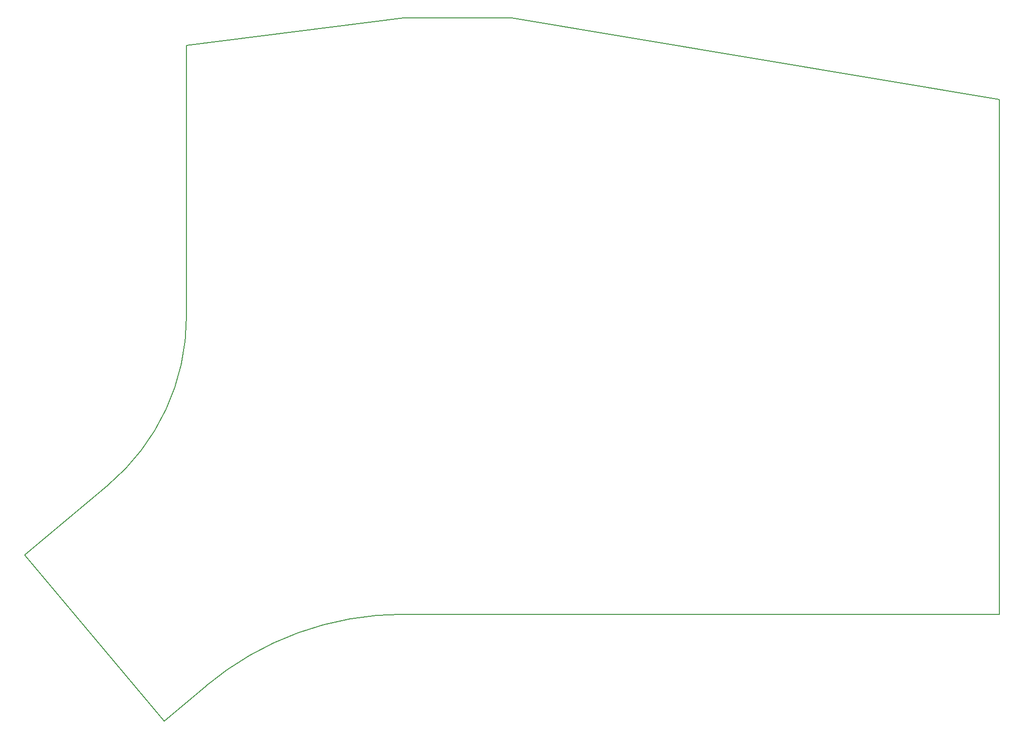
<source format=gbr>
G04 #@! TF.GenerationSoftware,KiCad,Pcbnew,(5.99.0-10089-gf88d39b4f0)*
G04 #@! TF.CreationDate,2021-04-09T11:44:43+02:00*
G04 #@! TF.ProjectId,blackwing,626c6163-6b77-4696-9e67-2e6b69636164,rev?*
G04 #@! TF.SameCoordinates,Original*
G04 #@! TF.FileFunction,Profile,NP*
%FSLAX46Y46*%
G04 Gerber Fmt 4.6, Leading zero omitted, Abs format (unit mm)*
G04 Created by KiCad (PCBNEW (5.99.0-10089-gf88d39b4f0)) date 2021-04-09 11:44:43*
%MOMM*%
%LPD*%
G01*
G04 APERTURE LIST*
G04 #@! TA.AperFunction,Profile*
%ADD10C,0.150000*%
G04 #@! TD*
G04 APERTURE END LIST*
D10*
X63140000Y8970000D02*
X82040000Y8957500D01*
X167540000Y-95542500D02*
X63040000Y-95542500D01*
X11259911Y-72931193D02*
G75*
G03*
X25040000Y-43382500I-24793644J29550094D01*
G01*
X82040000Y8957500D02*
X167540000Y-5292500D01*
X-3294933Y-85144159D02*
X11259911Y-72931194D01*
X25040000Y4207500D02*
X25040000Y-43382500D01*
X-3294933Y-85144159D02*
X21130996Y-114253848D01*
X28408418Y-108147365D02*
X21130996Y-114253848D01*
X167540000Y-5292500D02*
X167540000Y-95542500D01*
X25040000Y4207500D02*
X63140000Y8970000D01*
X28408419Y-108147363D02*
G75*
G02*
X63040000Y-95542500I34631579J-41272312D01*
G01*
M02*

</source>
